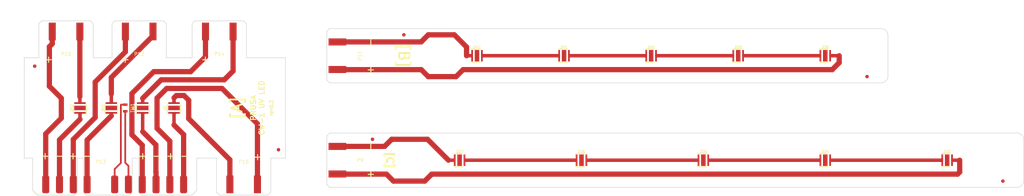
<source format=kicad_pcb>
(kicad_pcb (version 20171130) (host pcbnew "(6.0.0-rc1-dev-199-g6b039bc99)")

  (general
    (thickness 1.6)
    (drawings 88)
    (tracks 122)
    (zones 0)
    (modules 34)
    (nets 27)
  )

  (page A4)
  (layers
    (0 F.Cu signal)
    (31 B.Cu signal)
    (32 B.Adhes user)
    (33 F.Adhes user)
    (34 B.Paste user)
    (35 F.Paste user)
    (36 B.SilkS user)
    (37 F.SilkS user)
    (38 B.Mask user)
    (39 F.Mask user)
    (40 Dwgs.User user)
    (41 Cmts.User user)
    (42 Eco1.User user)
    (43 Eco2.User user)
    (44 Edge.Cuts user)
    (45 Margin user)
    (46 B.CrtYd user hide)
    (47 F.CrtYd user hide)
    (48 B.Fab user)
    (49 F.Fab user hide)
  )

  (setup
    (last_trace_width 0.2)
    (user_trace_width 0.5)
    (user_trace_width 1)
    (user_trace_width 1.5)
    (user_trace_width 4)
    (user_trace_width 5)
    (user_trace_width 6)
    (user_trace_width 7)
    (user_trace_width 8)
    (trace_clearance 0.2)
    (zone_clearance 0.508)
    (zone_45_only no)
    (trace_min 0.2)
    (via_size 0.8)
    (via_drill 0.4)
    (via_min_size 0.4)
    (via_min_drill 0.3)
    (uvia_size 0.3)
    (uvia_drill 0.1)
    (uvias_allowed no)
    (uvia_min_size 0.2)
    (uvia_min_drill 0.1)
    (edge_width 0.15)
    (segment_width 0.2)
    (pcb_text_width 0.3)
    (pcb_text_size 1.5 1.5)
    (mod_edge_width 0.15)
    (mod_text_size 1 1)
    (mod_text_width 0.15)
    (pad_size 3.2 3.2)
    (pad_drill 3.2)
    (pad_to_mask_clearance 0.02)
    (solder_mask_min_width 0.1)
    (aux_axis_origin 89.15 134.35)
    (visible_elements FFFFFF7F)
    (pcbplotparams
      (layerselection 0x010a8_7fffffff)
      (usegerberextensions true)
      (usegerberattributes false)
      (usegerberadvancedattributes false)
      (creategerberjobfile false)
      (excludeedgelayer true)
      (linewidth 0.100000)
      (plotframeref false)
      (viasonmask false)
      (mode 1)
      (useauxorigin false)
      (hpglpennumber 1)
      (hpglpenspeed 20)
      (hpglpendiameter 15.000000)
      (psnegative false)
      (psa4output false)
      (plotreference true)
      (plotvalue true)
      (plotinvisibletext false)
      (padsonsilk false)
      (subtractmaskfromsilk false)
      (outputformat 1)
      (mirror false)
      (drillshape 0)
      (scaleselection 1)
      (outputdirectory "gerber/"))
  )

  (net 0 "")
  (net 1 "Net-(D33-Pad1)")
  (net 2 "Net-(D33-Pad2)")
  (net 3 "Net-(D34-Pad1)")
  (net 4 "Net-(D35-Pad1)")
  (net 5 "Net-(D36-Pad1)")
  (net 6 "Net-(D37-Pad1)")
  (net 7 "Net-(D38-Pad1)")
  (net 8 "Net-(D39-Pad1)")
  (net 9 "Net-(D40-Pad1)")
  (net 10 "Net-(D41-Pad1)")
  (net 11 "Net-(D43-Pad1)")
  (net 12 "Net-(D44-Pad1)")
  (net 13 "Net-(D42-Pad1)")
  (net 14 "Net-(D38-Pad2)")
  (net 15 "Net-(D43-Pad2)")
  (net 16 "Net-(P13-Pad5)")
  (net 17 "Net-(P13-Pad6)")
  (net 18 "Net-(P13-Pad7)")
  (net 19 "Net-(D1-Pad1)")
  (net 20 "Net-(P10-Pad2)")
  (net 21 "Net-(P12-Pad2)")
  (net 22 "Net-(P13-Pad9)")
  (net 23 "Net-(D2-Pad1)")
  (net 24 "Net-(D44-Pad2)")
  (net 25 "Net-(D1-Pad2)")
  (net 26 "Net-(D2-Pad2)")

  (net_class Default "Toto je výchozí třída sítě."
    (clearance 0.2)
    (trace_width 0.2)
    (via_dia 0.8)
    (via_drill 0.4)
    (uvia_dia 0.3)
    (uvia_drill 0.1)
    (add_net "Net-(D1-Pad1)")
    (add_net "Net-(D1-Pad2)")
    (add_net "Net-(D2-Pad1)")
    (add_net "Net-(D2-Pad2)")
    (add_net "Net-(D33-Pad1)")
    (add_net "Net-(D33-Pad2)")
    (add_net "Net-(D34-Pad1)")
    (add_net "Net-(D35-Pad1)")
    (add_net "Net-(D36-Pad1)")
    (add_net "Net-(D37-Pad1)")
    (add_net "Net-(D38-Pad1)")
    (add_net "Net-(D38-Pad2)")
    (add_net "Net-(D39-Pad1)")
    (add_net "Net-(D40-Pad1)")
    (add_net "Net-(D41-Pad1)")
    (add_net "Net-(D42-Pad1)")
    (add_net "Net-(D43-Pad1)")
    (add_net "Net-(D43-Pad2)")
    (add_net "Net-(D44-Pad1)")
    (add_net "Net-(D44-Pad2)")
    (add_net "Net-(P10-Pad2)")
    (add_net "Net-(P12-Pad2)")
    (add_net "Net-(P13-Pad5)")
    (add_net "Net-(P13-Pad6)")
    (add_net "Net-(P13-Pad7)")
    (add_net "Net-(P13-Pad9)")
  )

  (module ok1hra:LED-UV-LTPL-C034UVH405 (layer F.Cu) (tedit 5C000176) (tstamp 5BD2140B)
    (at 230 -30)
    (path /5BCE0D6B)
    (attr smd)
    (fp_text reference D38 (at 0 -2.5) (layer F.SilkS)
      (effects (font (size 0.7 0.7) (thickness 0.15)))
    )
    (fp_text value TY-SMD3535-3W (at 0 2.5) (layer F.Fab)
      (effects (font (size 0.5 0.5) (thickness 0.125)))
    )
    (fp_line (start 0.889 1.905) (end -1.651 1.905) (layer F.SilkS) (width 0.3))
    (fp_line (start -1.651 -1.905) (end 0.889 -1.905) (layer F.SilkS) (width 0.3))
    (fp_line (start -1.75 -1.75) (end 1.75 -1.75) (layer F.CrtYd) (width 0.1))
    (fp_line (start 1.75 -1.75) (end 1.75 1.75) (layer F.CrtYd) (width 0.1))
    (fp_line (start 1.75 1.75) (end -1.75 1.75) (layer F.CrtYd) (width 0.1))
    (fp_line (start -1.75 1.75) (end -1.75 -1.75) (layer F.CrtYd) (width 0.1))
    (pad 3 smd rect (at 0 0) (size 1.3 3.3) (layers F.Cu F.Paste F.Mask))
    (pad 1 smd rect (at -1.4 0) (size 0.5 3.3) (layers F.Cu F.Paste F.Mask)
      (net 7 "Net-(D38-Pad1)"))
    (pad 2 smd rect (at 1.4 0) (size 0.5 3.3) (layers F.Cu F.Paste F.Mask)
      (net 14 "Net-(D38-Pad2)"))
    (model /home/dan/kicad/hra/lib/ok1hra3d/LED-LTPL-C034UVH405.step
      (at (xyz 0 0 0))
      (scale (xyz 1 1 1))
      (rotate (xyz 0 0 0))
    )
  )

  (module ok1hra:LED-UV-LTPL-C034UVH405 (layer F.Cu) (tedit 5C000176) (tstamp 5BD21437)
    (at 130 -30)
    (path /5BCE0DAB)
    (attr smd)
    (fp_text reference D42 (at 0 -2.5) (layer F.SilkS)
      (effects (font (size 0.7 0.7) (thickness 0.15)))
    )
    (fp_text value TY-SMD3535-3W (at 0 2.5) (layer F.Fab)
      (effects (font (size 0.5 0.5) (thickness 0.125)))
    )
    (fp_line (start 0.889 1.905) (end -1.651 1.905) (layer F.SilkS) (width 0.3))
    (fp_line (start -1.651 -1.905) (end 0.889 -1.905) (layer F.SilkS) (width 0.3))
    (fp_line (start -1.75 -1.75) (end 1.75 -1.75) (layer F.CrtYd) (width 0.1))
    (fp_line (start 1.75 -1.75) (end 1.75 1.75) (layer F.CrtYd) (width 0.1))
    (fp_line (start 1.75 1.75) (end -1.75 1.75) (layer F.CrtYd) (width 0.1))
    (fp_line (start -1.75 1.75) (end -1.75 -1.75) (layer F.CrtYd) (width 0.1))
    (pad 3 smd rect (at 0 0) (size 1.3 3.3) (layers F.Cu F.Paste F.Mask))
    (pad 1 smd rect (at -1.4 0) (size 0.5 3.3) (layers F.Cu F.Paste F.Mask)
      (net 13 "Net-(D42-Pad1)"))
    (pad 2 smd rect (at 1.4 0) (size 0.5 3.3) (layers F.Cu F.Paste F.Mask)
      (net 10 "Net-(D41-Pad1)"))
    (model /home/dan/kicad/hra/lib/ok1hra3d/LED-LTPL-C034UVH405.step
      (at (xyz 0 0 0))
      (scale (xyz 1 1 1))
      (rotate (xyz 0 0 0))
    )
  )

  (module ok1hra:LED-UV-LTPL-C034UVH405 (layer F.Cu) (tedit 5C000176) (tstamp 5BD2144D)
    (at 25 -15 90)
    (path /5BCE0DB7)
    (attr smd)
    (fp_text reference D44 (at 0 -2.5 90) (layer F.SilkS)
      (effects (font (size 0.7 0.7) (thickness 0.15)))
    )
    (fp_text value TY-SMD3535-3W (at 0 2.5 90) (layer F.Fab)
      (effects (font (size 0.5 0.5) (thickness 0.125)))
    )
    (fp_line (start 0.889 1.905) (end -1.651 1.905) (layer F.SilkS) (width 0.3))
    (fp_line (start -1.651 -1.905) (end 0.889 -1.905) (layer F.SilkS) (width 0.3))
    (fp_line (start -1.75 -1.75) (end 1.75 -1.75) (layer F.CrtYd) (width 0.1))
    (fp_line (start 1.75 -1.75) (end 1.75 1.75) (layer F.CrtYd) (width 0.1))
    (fp_line (start 1.75 1.75) (end -1.75 1.75) (layer F.CrtYd) (width 0.1))
    (fp_line (start -1.75 1.75) (end -1.75 -1.75) (layer F.CrtYd) (width 0.1))
    (pad 3 smd rect (at 0 0 90) (size 1.3 3.3) (layers F.Cu F.Paste F.Mask))
    (pad 1 smd rect (at -1.4 0 90) (size 0.5 3.3) (layers F.Cu F.Paste F.Mask)
      (net 12 "Net-(D44-Pad1)"))
    (pad 2 smd rect (at 1.4 0 90) (size 0.5 3.3) (layers F.Cu F.Paste F.Mask)
      (net 24 "Net-(D44-Pad2)"))
    (model /home/dan/kicad/hra/lib/ok1hra3d/LED-LTPL-C034UVH405.step
      (at (xyz 0 0 0))
      (scale (xyz 1 1 1))
      (rotate (xyz 0 0 0))
    )
  )

  (module Mounting_Holes:MountingHole_4.5mm (layer F.Cu) (tedit 56D1B4CB) (tstamp 5BCEF53B)
    (at 242 -30)
    (descr "Mounting Hole 4.5mm, no annular")
    (tags "mounting hole 4.5mm no annular")
    (path /5AE051F0)
    (fp_text reference P4 (at 0 -5.5) (layer F.SilkS) hide
      (effects (font (size 1 1) (thickness 0.15)))
    )
    (fp_text value CONN_01X01 (at 0 5.5) (layer F.Fab)
      (effects (font (size 1 1) (thickness 0.15)))
    )
    (fp_circle (center 0 0) (end 4.75 0) (layer F.CrtYd) (width 0.05))
    (fp_circle (center 0 0) (end 4.5 0) (layer Cmts.User) (width 0.15))
    (pad 1 np_thru_hole circle (at 0 0) (size 4.5 4.5) (drill 4.5) (layers *.Cu *.Mask))
  )

  (module Mounting_Holes:MountingHole_4.5mm (layer F.Cu) (tedit 56D1B4CB) (tstamp 5BCEF52A)
    (at 5 -15)
    (descr "Mounting Hole 4.5mm, no annular")
    (tags "mounting hole 4.5mm no annular")
    (path /5AE050AE)
    (fp_text reference P3 (at 0 -5.5) (layer F.SilkS) hide
      (effects (font (size 1 1) (thickness 0.15)))
    )
    (fp_text value CONN_01X01 (at 0 5.5) (layer F.Fab)
      (effects (font (size 1 1) (thickness 0.15)))
    )
    (fp_circle (center 0 0) (end 4.75 0) (layer F.CrtYd) (width 0.05))
    (fp_circle (center 0 0) (end 4.5 0) (layer Cmts.User) (width 0.15))
    (pad 1 np_thru_hole circle (at 0 0) (size 4.5 4.5) (drill 4.5) (layers *.Cu *.Mask))
  )

  (module ok1hra:LED-UV-LTPL-C034UVH405 (layer F.Cu) (tedit 5C000176) (tstamp 5BD2142C)
    (at 155 -30)
    (path /5BCE0D9F)
    (attr smd)
    (fp_text reference D41 (at 0 -2.5) (layer F.SilkS)
      (effects (font (size 0.7 0.7) (thickness 0.15)))
    )
    (fp_text value TY-SMD3535-3W (at 0 2.5) (layer F.Fab)
      (effects (font (size 0.5 0.5) (thickness 0.125)))
    )
    (fp_line (start 0.889 1.905) (end -1.651 1.905) (layer F.SilkS) (width 0.3))
    (fp_line (start -1.651 -1.905) (end 0.889 -1.905) (layer F.SilkS) (width 0.3))
    (fp_line (start -1.75 -1.75) (end 1.75 -1.75) (layer F.CrtYd) (width 0.1))
    (fp_line (start 1.75 -1.75) (end 1.75 1.75) (layer F.CrtYd) (width 0.1))
    (fp_line (start 1.75 1.75) (end -1.75 1.75) (layer F.CrtYd) (width 0.1))
    (fp_line (start -1.75 1.75) (end -1.75 -1.75) (layer F.CrtYd) (width 0.1))
    (pad 3 smd rect (at 0 0) (size 1.3 3.3) (layers F.Cu F.Paste F.Mask))
    (pad 1 smd rect (at -1.4 0) (size 0.5 3.3) (layers F.Cu F.Paste F.Mask)
      (net 10 "Net-(D41-Pad1)"))
    (pad 2 smd rect (at 1.4 0) (size 0.5 3.3) (layers F.Cu F.Paste F.Mask)
      (net 9 "Net-(D40-Pad1)"))
    (model /home/dan/kicad/hra/lib/ok1hra3d/LED-LTPL-C034UVH405.step
      (at (xyz 0 0 0))
      (scale (xyz 1 1 1))
      (rotate (xyz 0 0 0))
    )
  )

  (module ok1hra:LED-UV-LTPL-C034UVH405 (layer F.Cu) (tedit 5C000176) (tstamp 5BE5ACA7)
    (at 16 -15 90)
    (path /5BCE0DB1)
    (attr smd)
    (fp_text reference D43 (at 0 -2.5 90) (layer F.SilkS)
      (effects (font (size 0.7 0.7) (thickness 0.15)))
    )
    (fp_text value TY-SMD3535-3W (at 0 2.5 90) (layer F.Fab)
      (effects (font (size 0.5 0.5) (thickness 0.125)))
    )
    (fp_line (start 0.889 1.905) (end -1.651 1.905) (layer F.SilkS) (width 0.3))
    (fp_line (start -1.651 -1.905) (end 0.889 -1.905) (layer F.SilkS) (width 0.3))
    (fp_line (start -1.75 -1.75) (end 1.75 -1.75) (layer F.CrtYd) (width 0.1))
    (fp_line (start 1.75 -1.75) (end 1.75 1.75) (layer F.CrtYd) (width 0.1))
    (fp_line (start 1.75 1.75) (end -1.75 1.75) (layer F.CrtYd) (width 0.1))
    (fp_line (start -1.75 1.75) (end -1.75 -1.75) (layer F.CrtYd) (width 0.1))
    (pad 3 smd rect (at 0 0 90) (size 1.3 3.3) (layers F.Cu F.Paste F.Mask))
    (pad 1 smd rect (at -1.4 0 90) (size 0.5 3.3) (layers F.Cu F.Paste F.Mask)
      (net 11 "Net-(D43-Pad1)"))
    (pad 2 smd rect (at 1.4 0 90) (size 0.5 3.3) (layers F.Cu F.Paste F.Mask)
      (net 15 "Net-(D43-Pad2)"))
    (model /home/dan/kicad/hra/lib/ok1hra3d/LED-LTPL-C034UVH405.step
      (at (xyz 0 0 0))
      (scale (xyz 1 1 1))
      (rotate (xyz 0 0 0))
    )
  )

  (module Resistors_SMD:R_0805 (layer F.Cu) (tedit 58307B54) (tstamp 5C1BAE93)
    (at 29 -15 270)
    (descr "Resistor SMD 0805, reflow soldering, Vishay (see dcrcw.pdf)")
    (tags "resistor 0805")
    (path /5BEFC2AA)
    (attr smd)
    (fp_text reference TH1 (at 0 -2.1 270) (layer F.SilkS)
      (effects (font (size 1 1) (thickness 0.15)))
    )
    (fp_text value NCP21WF104J03RA (at 0 2.1 270) (layer F.Fab)
      (effects (font (size 1 1) (thickness 0.15)))
    )
    (fp_line (start -1 0.625) (end -1 -0.625) (layer F.Fab) (width 0.1))
    (fp_line (start 1 0.625) (end -1 0.625) (layer F.Fab) (width 0.1))
    (fp_line (start 1 -0.625) (end 1 0.625) (layer F.Fab) (width 0.1))
    (fp_line (start -1 -0.625) (end 1 -0.625) (layer F.Fab) (width 0.1))
    (fp_line (start -1.6 -1) (end 1.6 -1) (layer F.CrtYd) (width 0.05))
    (fp_line (start -1.6 1) (end 1.6 1) (layer F.CrtYd) (width 0.05))
    (fp_line (start -1.6 -1) (end -1.6 1) (layer F.CrtYd) (width 0.05))
    (fp_line (start 1.6 -1) (end 1.6 1) (layer F.CrtYd) (width 0.05))
    (fp_line (start 0.6 0.875) (end -0.6 0.875) (layer F.SilkS) (width 0.15))
    (fp_line (start -0.6 -0.875) (end 0.6 -0.875) (layer F.SilkS) (width 0.15))
    (pad 1 smd rect (at -0.95 0 270) (size 0.7 1.3) (layers F.Cu F.Paste F.Mask)
      (net 16 "Net-(P13-Pad5)"))
    (pad 2 smd rect (at 0.95 0 270) (size 0.7 1.3) (layers F.Cu F.Paste F.Mask)
      (net 17 "Net-(P13-Pad6)"))
    (model Resistors_SMD.3dshapes/R_0805.wrl
      (at (xyz 0 0 0))
      (scale (xyz 1 1 1))
      (rotate (xyz 0 0 0))
    )
  )

  (module Fiducials:Fiducial_1mm_Dia_2.54mm_Outer_CopperTop locked (layer F.Cu) (tedit 0) (tstamp 5C178C10)
    (at 109 -36)
    (descr "Circular Fiducial, 1mm bare copper top; 2.54mm keepout")
    (tags marker)
    (attr smd)
    (fp_text reference REF** (at 3.4 0.7) (layer F.SilkS) hide
      (effects (font (size 1 1) (thickness 0.15)))
    )
    (fp_text value Fiducial_1mm_Dia_2.54mm_Outer_CopperTop (at 0 -1.8) (layer F.Fab)
      (effects (font (size 1 1) (thickness 0.15)))
    )
    (fp_circle (center 0 0) (end 1.55 0) (layer F.CrtYd) (width 0.05))
    (pad ~ smd circle (at 0 0) (size 1 1) (layers F.Cu F.Mask)
      (solder_mask_margin 0.77) (clearance 0.77))
  )

  (module ok1hra:LED-UV-LTPL-C034UVH405 (layer F.Cu) (tedit 5C000176) (tstamp 5BFFECDD)
    (at 34 -15 90)
    (path /5C017CC2)
    (attr smd)
    (fp_text reference D1 (at 0 -2.5 90) (layer F.SilkS)
      (effects (font (size 0.7 0.7) (thickness 0.15)))
    )
    (fp_text value TY-SMD3535-3W (at 0 2.5 90) (layer F.Fab)
      (effects (font (size 0.5 0.5) (thickness 0.125)))
    )
    (fp_line (start 0.889 1.905) (end -1.651 1.905) (layer F.SilkS) (width 0.3))
    (fp_line (start -1.651 -1.905) (end 0.889 -1.905) (layer F.SilkS) (width 0.3))
    (fp_line (start -1.75 -1.75) (end 1.75 -1.75) (layer F.CrtYd) (width 0.1))
    (fp_line (start 1.75 -1.75) (end 1.75 1.75) (layer F.CrtYd) (width 0.1))
    (fp_line (start 1.75 1.75) (end -1.75 1.75) (layer F.CrtYd) (width 0.1))
    (fp_line (start -1.75 1.75) (end -1.75 -1.75) (layer F.CrtYd) (width 0.1))
    (pad 3 smd rect (at 0 0 90) (size 1.3 3.3) (layers F.Cu F.Paste F.Mask))
    (pad 1 smd rect (at -1.4 0 90) (size 0.5 3.3) (layers F.Cu F.Paste F.Mask)
      (net 19 "Net-(D1-Pad1)"))
    (pad 2 smd rect (at 1.4 0 90) (size 0.5 3.3) (layers F.Cu F.Paste F.Mask)
      (net 25 "Net-(D1-Pad2)"))
    (model /home/dan/kicad/hra/lib/ok1hra3d/LED-LTPL-C034UVH405.step
      (at (xyz 0 0 0))
      (scale (xyz 1 1 1))
      (rotate (xyz 0 0 0))
    )
  )

  (module Mounting_Holes:MountingHole_4.5mm (layer F.Cu) (tedit 56D1B4CB) (tstamp 5BCEF542)
    (at 53.5 -15)
    (descr "Mounting Hole 4.5mm, no annular")
    (tags "mounting hole 4.5mm no annular")
    (path /5AE05258)
    (fp_text reference P5 (at 0 -5.5) (layer F.SilkS) hide
      (effects (font (size 1 1) (thickness 0.15)))
    )
    (fp_text value CONN_01X01 (at 0 5.5) (layer F.Fab)
      (effects (font (size 1 1) (thickness 0.15)))
    )
    (fp_circle (center 0 0) (end 4.75 0) (layer F.CrtYd) (width 0.05))
    (fp_circle (center 0 0) (end 4.5 0) (layer Cmts.User) (width 0.15))
    (pad 1 np_thru_hole circle (at 0 0) (size 4.5 4.5) (drill 4.5) (layers *.Cu *.Mask))
  )

  (module Mounting_Holes:MountingHole_4.5mm (layer F.Cu) (tedit 56D1B4CB) (tstamp 5BCEF531)
    (at 120 -30)
    (descr "Mounting Hole 4.5mm, no annular")
    (tags "mounting hole 4.5mm no annular")
    (path /5AE052C6)
    (fp_text reference P6 (at 0 -5.5) (layer F.SilkS) hide
      (effects (font (size 1 1) (thickness 0.15)))
    )
    (fp_text value CONN_01X01 (at 0 5.5) (layer F.Fab)
      (effects (font (size 1 1) (thickness 0.15)))
    )
    (fp_circle (center 0 0) (end 4.75 0) (layer F.CrtYd) (width 0.05))
    (fp_circle (center 0 0) (end 4.5 0) (layer Cmts.User) (width 0.15))
    (pad 1 np_thru_hole circle (at 0 0) (size 4.5 4.5) (drill 4.5) (layers *.Cu *.Mask))
  )

  (module ok1hra:LED-UV-LTPL-C034UVH405 (layer F.Cu) (tedit 5C000176) (tstamp 5BD21421)
    (at 180 -30)
    (path /5BCE0D99)
    (attr smd)
    (fp_text reference D40 (at 0 -2.5) (layer F.SilkS)
      (effects (font (size 0.7 0.7) (thickness 0.15)))
    )
    (fp_text value TY-SMD3535-3W (at 0 2.5) (layer F.Fab)
      (effects (font (size 0.5 0.5) (thickness 0.125)))
    )
    (fp_line (start 0.889 1.905) (end -1.651 1.905) (layer F.SilkS) (width 0.3))
    (fp_line (start -1.651 -1.905) (end 0.889 -1.905) (layer F.SilkS) (width 0.3))
    (fp_line (start -1.75 -1.75) (end 1.75 -1.75) (layer F.CrtYd) (width 0.1))
    (fp_line (start 1.75 -1.75) (end 1.75 1.75) (layer F.CrtYd) (width 0.1))
    (fp_line (start 1.75 1.75) (end -1.75 1.75) (layer F.CrtYd) (width 0.1))
    (fp_line (start -1.75 1.75) (end -1.75 -1.75) (layer F.CrtYd) (width 0.1))
    (pad 3 smd rect (at 0 0) (size 1.3 3.3) (layers F.Cu F.Paste F.Mask))
    (pad 1 smd rect (at -1.4 0) (size 0.5 3.3) (layers F.Cu F.Paste F.Mask)
      (net 9 "Net-(D40-Pad1)"))
    (pad 2 smd rect (at 1.4 0) (size 0.5 3.3) (layers F.Cu F.Paste F.Mask)
      (net 8 "Net-(D39-Pad1)"))
    (model /home/dan/kicad/hra/lib/ok1hra3d/LED-LTPL-C034UVH405.step
      (at (xyz 0 0 0))
      (scale (xyz 1 1 1))
      (rotate (xyz 0 0 0))
    )
  )

  (module ok1hra:MX-172159-0610 (layer F.Cu) (tedit 5C6C0CDB) (tstamp 5BFFEC5C)
    (at 22 10 180)
    (path /5C00F498)
    (fp_text reference P13 (at 0 9.525 180) (layer F.SilkS)
      (effects (font (size 1 1) (thickness 0.15)))
    )
    (fp_text value CONN_01X10 (at 0 6.985 180) (layer F.Fab)
      (effects (font (size 1 1) (thickness 0.15)))
    )
    (fp_line (start 6.755 0.76) (end 7.515 0) (layer F.SilkS) (width 0.1))
    (fp_line (start 5.125 0.76) (end 4.365 0) (layer F.SilkS) (width 0.1))
    (fp_line (start -9.085 0.76) (end -8.325 0) (layer F.SilkS) (width 0.1))
    (fp_line (start -10.715 0.76) (end -11.475 0) (layer F.SilkS) (width 0.1))
    (fp_line (start 19.61 1.27) (end 18.34 0) (layer F.SilkS) (width 0.1))
    (pad 10 smd roundrect (at -23.76 3.04 180) (size 2.03 5.08) (layers F.Cu F.Mask) (roundrect_rratio 0.25)
      (net 23 "Net-(D2-Pad1)"))
    (pad 9 smd roundrect (at -19.8 3.04 180) (size 2.03 5.08) (layers F.Cu F.Mask) (roundrect_rratio 0.25)
      (net 22 "Net-(P13-Pad9)"))
    (pad 2 smd roundrect (at 11.88 3.04 180) (size 2.03 5.08) (layers F.Cu F.Mask) (roundrect_rratio 0.25)
      (net 11 "Net-(D43-Pad1)"))
    (pad 3 smd roundrect (at 7.92 3.04 180) (size 2.03 5.08) (layers F.Cu F.Mask) (roundrect_rratio 0.25)
      (net 21 "Net-(P12-Pad2)"))
    (pad 1 smd roundrect (at 15.84 3.04 180) (size 2.03 5.08) (layers F.Cu F.Mask) (roundrect_rratio 0.25)
      (net 20 "Net-(P10-Pad2)"))
    (pad 8 smd roundrect (at -15.84 3.04 180) (size 2.03 5.08) (layers F.Cu F.Mask) (roundrect_rratio 0.25)
      (net 19 "Net-(D1-Pad1)"))
    (pad 7 smd roundrect (at -11.88 3.04 180) (size 2.03 5.08) (layers F.Cu F.Mask) (roundrect_rratio 0.25)
      (net 18 "Net-(P13-Pad7)"))
    (pad 6 smd roundrect (at -7.92 3.04 180) (size 2.03 5.08) (layers F.Cu F.Mask) (roundrect_rratio 0.25)
      (net 17 "Net-(P13-Pad6)"))
    (pad 5 smd roundrect (at -3.96 3.04 180) (size 2.03 5.08) (layers F.Cu F.Mask) (roundrect_rratio 0.25)
      (net 16 "Net-(P13-Pad5)"))
    (pad 4 smd roundrect (at 3.96 3.04 180) (size 2.03 5.08) (layers F.Cu F.Mask) (roundrect_rratio 0.25)
      (net 12 "Net-(D44-Pad1)"))
    (pad "" np_thru_hole circle (at 0 13.13 180) (size 4.06 4.06) (drill 4.06) (layers *.Cu *.Mask))
  )

  (module Fiducials:Fiducial_1mm_Dia_2.54mm_Outer_CopperTop locked (layer F.Cu) (tedit 0) (tstamp 5C178C24)
    (at 242 -24)
    (descr "Circular Fiducial, 1mm bare copper top; 2.54mm keepout")
    (tags marker)
    (attr smd)
    (fp_text reference REF** (at 3.4 0.7) (layer F.SilkS) hide
      (effects (font (size 1 1) (thickness 0.15)))
    )
    (fp_text value Fiducial_1mm_Dia_2.54mm_Outer_CopperTop (at 0 -1.8) (layer F.Fab)
      (effects (font (size 1 1) (thickness 0.15)))
    )
    (fp_circle (center 0 0) (end 1.55 0) (layer F.CrtYd) (width 0.05))
    (pad ~ smd circle (at 0 0) (size 1 1) (layers F.Cu F.Mask)
      (solder_mask_margin 0.77) (clearance 0.77))
  )

  (module Fiducials:Fiducial_1mm_Dia_2.54mm_Outer_CopperTop locked (layer F.Cu) (tedit 0) (tstamp 5C178C06)
    (at 73 -3)
    (descr "Circular Fiducial, 1mm bare copper top; 2.54mm keepout")
    (tags marker)
    (attr smd)
    (fp_text reference REF** (at 3.4 0.7) (layer F.SilkS) hide
      (effects (font (size 1 1) (thickness 0.15)))
    )
    (fp_text value Fiducial_1mm_Dia_2.54mm_Outer_CopperTop (at 0 -1.8) (layer F.Fab)
      (effects (font (size 1 1) (thickness 0.15)))
    )
    (fp_circle (center 0 0) (end 1.55 0) (layer F.CrtYd) (width 0.05))
    (pad ~ smd circle (at 0 0) (size 1 1) (layers F.Cu F.Mask)
      (solder_mask_margin 0.77) (clearance 0.77))
  )

  (module ok1hra:LED-UV-LTPL-C034UVH405 (layer F.Cu) (tedit 5C000176) (tstamp 5BD21416)
    (at 205 -30)
    (path /5BCE0D71)
    (attr smd)
    (fp_text reference D39 (at 0 -2.5) (layer F.SilkS)
      (effects (font (size 0.7 0.7) (thickness 0.15)))
    )
    (fp_text value TY-SMD3535-3W (at 0 2.5) (layer F.Fab)
      (effects (font (size 0.5 0.5) (thickness 0.125)))
    )
    (fp_line (start 0.889 1.905) (end -1.651 1.905) (layer F.SilkS) (width 0.3))
    (fp_line (start -1.651 -1.905) (end 0.889 -1.905) (layer F.SilkS) (width 0.3))
    (fp_line (start -1.75 -1.75) (end 1.75 -1.75) (layer F.CrtYd) (width 0.1))
    (fp_line (start 1.75 -1.75) (end 1.75 1.75) (layer F.CrtYd) (width 0.1))
    (fp_line (start 1.75 1.75) (end -1.75 1.75) (layer F.CrtYd) (width 0.1))
    (fp_line (start -1.75 1.75) (end -1.75 -1.75) (layer F.CrtYd) (width 0.1))
    (pad 3 smd rect (at 0 0) (size 1.3 3.3) (layers F.Cu F.Paste F.Mask))
    (pad 1 smd rect (at -1.4 0) (size 0.5 3.3) (layers F.Cu F.Paste F.Mask)
      (net 8 "Net-(D39-Pad1)"))
    (pad 2 smd rect (at 1.4 0) (size 0.5 3.3) (layers F.Cu F.Paste F.Mask)
      (net 7 "Net-(D38-Pad1)"))
    (model /home/dan/kicad/hra/lib/ok1hra3d/LED-LTPL-C034UVH405.step
      (at (xyz 0 0 0))
      (scale (xyz 1 1 1))
      (rotate (xyz 0 0 0))
    )
  )

  (module ok1hra:MX-172159-0602 (layer F.Cu) (tedit 5C6C0D4E) (tstamp 5BFFEC83)
    (at 86.87 -30 90)
    (path /5C008607)
    (fp_text reference P11 (at 0 9.525 90) (layer F.SilkS)
      (effects (font (size 1 1) (thickness 0.15)))
    )
    (fp_text value CONN_01X02 (at 0 6.985 90) (layer F.Fab)
      (effects (font (size 1 1) (thickness 0.15)))
    )
    (pad "" np_thru_hole circle (at 0 13.13 90) (size 4.06 4.06) (drill 4.06) (layers *.Cu *.Mask))
    (pad 1 smd rect (at 3.96 3.04 90) (size 2.03 5.08) (layers F.Cu F.Mask)
      (net 13 "Net-(D42-Pad1)"))
    (pad 2 smd rect (at -3.96 3.04 90) (size 2.03 5.08) (layers F.Cu F.Mask)
      (net 14 "Net-(D38-Pad2)"))
  )

  (module ok1hra:MX-172159-0602 (layer F.Cu) (tedit 5C6C0D26) (tstamp 5BFFEC9D)
    (at 56 -40)
    (path /5C017CD6)
    (fp_text reference P14 (at 0 9.525) (layer F.SilkS)
      (effects (font (size 1 1) (thickness 0.15)))
    )
    (fp_text value CONN_01X02 (at 0 6.985) (layer F.Fab)
      (effects (font (size 1 1) (thickness 0.15)))
    )
    (pad "" np_thru_hole circle (at 0 13.13) (size 4.06 4.06) (drill 4.06) (layers *.Cu *.Mask))
    (pad 1 smd rect (at 3.96 3.04) (size 2.03 5.08) (layers F.Cu F.Mask)
      (net 25 "Net-(D1-Pad2)"))
    (pad 2 smd rect (at -3.96 3.04) (size 2.03 5.08) (layers F.Cu F.Mask)
      (net 18 "Net-(P13-Pad7)"))
  )

  (module ok1hra:MX-172159-0602 (layer F.Cu) (tedit 5C6C0D3A) (tstamp 5BFFECAA)
    (at 63 10 180)
    (path /5C017CE0)
    (fp_text reference P15 (at 0 9.525 180) (layer F.SilkS)
      (effects (font (size 1 1) (thickness 0.15)))
    )
    (fp_text value CONN_01X02 (at 0 6.985 180) (layer F.Fab)
      (effects (font (size 1 1) (thickness 0.15)))
    )
    (pad "" np_thru_hole circle (at 0 13.13 180) (size 4.06 4.06) (drill 4.06) (layers *.Cu *.Mask))
    (pad 1 smd rect (at 3.96 3.04 180) (size 2.03 5.08) (layers F.Cu F.Mask)
      (net 26 "Net-(D2-Pad2)"))
    (pad 2 smd rect (at -3.96 3.04 180) (size 2.03 5.08) (layers F.Cu F.Mask)
      (net 22 "Net-(P13-Pad9)"))
  )

  (module ok1hra:LED-UV-LTPL-C034UVH405 (layer F.Cu) (tedit 5C000176) (tstamp 5BFFED9C)
    (at 43 -15 90)
    (path /5C017CCC)
    (attr smd)
    (fp_text reference D2 (at 0 -2.5 90) (layer F.SilkS)
      (effects (font (size 0.7 0.7) (thickness 0.15)))
    )
    (fp_text value TY-SMD3535-3W (at 0 2.5 90) (layer F.Fab)
      (effects (font (size 0.5 0.5) (thickness 0.125)))
    )
    (fp_line (start 0.889 1.905) (end -1.651 1.905) (layer F.SilkS) (width 0.3))
    (fp_line (start -1.651 -1.905) (end 0.889 -1.905) (layer F.SilkS) (width 0.3))
    (fp_line (start -1.75 -1.75) (end 1.75 -1.75) (layer F.CrtYd) (width 0.1))
    (fp_line (start 1.75 -1.75) (end 1.75 1.75) (layer F.CrtYd) (width 0.1))
    (fp_line (start 1.75 1.75) (end -1.75 1.75) (layer F.CrtYd) (width 0.1))
    (fp_line (start -1.75 1.75) (end -1.75 -1.75) (layer F.CrtYd) (width 0.1))
    (pad 3 smd rect (at 0 0 90) (size 1.3 3.3) (layers F.Cu F.Paste F.Mask))
    (pad 1 smd rect (at -1.4 0 90) (size 0.5 3.3) (layers F.Cu F.Paste F.Mask)
      (net 23 "Net-(D2-Pad1)"))
    (pad 2 smd rect (at 1.4 0 90) (size 0.5 3.3) (layers F.Cu F.Paste F.Mask)
      (net 26 "Net-(D2-Pad2)"))
    (model /home/dan/kicad/hra/lib/ok1hra3d/LED-LTPL-C034UVH405.step
      (at (xyz 0 0 0))
      (scale (xyz 1 1 1))
      (rotate (xyz 0 0 0))
    )
  )

  (module ok1hra:MX-172159-0602 (layer F.Cu) (tedit 5C6C0D12) (tstamp 5BFFEC90)
    (at 33 -40)
    (path /5C00A070)
    (fp_text reference P12 (at 0 9.525) (layer F.SilkS)
      (effects (font (size 1 1) (thickness 0.15)))
    )
    (fp_text value CONN_01X02 (at 0 6.985) (layer F.Fab)
      (effects (font (size 1 1) (thickness 0.15)))
    )
    (pad "" np_thru_hole circle (at 0 13.13) (size 4.06 4.06) (drill 4.06) (layers *.Cu *.Mask))
    (pad 1 smd rect (at 3.96 3.04) (size 2.03 5.08) (layers F.Cu F.Mask)
      (net 24 "Net-(D44-Pad2)"))
    (pad 2 smd rect (at -3.96 3.04) (size 2.03 5.08) (layers F.Cu F.Mask)
      (net 21 "Net-(P12-Pad2)"))
  )

  (module Fiducials:Fiducial_1mm_Dia_2.54mm_Outer_CopperTop locked (layer F.Cu) (tedit 0) (tstamp 5C178BBA)
    (at 3 -27)
    (descr "Circular Fiducial, 1mm bare copper top; 2.54mm keepout")
    (tags marker)
    (attr smd)
    (fp_text reference REF** (at 3.4 0.7) (layer F.SilkS) hide
      (effects (font (size 1 1) (thickness 0.15)))
    )
    (fp_text value Fiducial_1mm_Dia_2.54mm_Outer_CopperTop (at 0 -1.8) (layer F.Fab)
      (effects (font (size 1 1) (thickness 0.15)))
    )
    (fp_circle (center 0 0) (end 1.55 0) (layer F.CrtYd) (width 0.05))
    (pad ~ smd circle (at 0 0) (size 1 1) (layers F.Cu F.Mask)
      (solder_mask_margin 0.77) (clearance 0.77))
  )

  (module ok1hra:MX-172159-0602 (layer F.Cu) (tedit 5C6C0CF8) (tstamp 5BFFEC76)
    (at 12 -40)
    (path /5C008FD6)
    (fp_text reference P10 (at 0 9.525) (layer F.SilkS)
      (effects (font (size 1 1) (thickness 0.15)))
    )
    (fp_text value CONN_01X02 (at 0 6.985) (layer F.Fab)
      (effects (font (size 1 1) (thickness 0.15)))
    )
    (pad "" np_thru_hole circle (at 0 13.13) (size 4.06 4.06) (drill 4.06) (layers *.Cu *.Mask))
    (pad 1 smd rect (at 3.96 3.04) (size 2.03 5.08) (layers F.Cu F.Mask)
      (net 15 "Net-(D43-Pad2)"))
    (pad 2 smd rect (at -3.96 3.04) (size 2.03 5.08) (layers F.Cu F.Mask)
      (net 20 "Net-(P10-Pad2)"))
  )

  (module ok1hra:MX-172159-0602 (layer F.Cu) (tedit 5C6C0D63) (tstamp 5BFFEC69)
    (at 86.87 0 90)
    (path /5C00736B)
    (fp_text reference P9 (at 0 9.525) (layer F.SilkS)
      (effects (font (size 1 1) (thickness 0.15)))
    )
    (fp_text value CONN_01X02 (at 0 6.985 90) (layer F.Fab)
      (effects (font (size 1 1) (thickness 0.15)))
    )
    (pad "" np_thru_hole circle (at 0 13.13 90) (size 4.06 4.06) (drill 4.06) (layers *.Cu *.Mask))
    (pad 1 smd rect (at 3.96 3.04 90) (size 2.03 5.08) (layers F.Cu F.Mask)
      (net 6 "Net-(D37-Pad1)"))
    (pad 2 smd rect (at -3.96 3.04 90) (size 2.03 5.08) (layers F.Cu F.Mask)
      (net 2 "Net-(D33-Pad2)"))
  )

  (module ok1hra:LED-UV-LTPL-C034UVH405 (layer F.Cu) (tedit 5C000176) (tstamp 5BD213F5)
    (at 160 0)
    (path /5BCE0D93)
    (attr smd)
    (fp_text reference D36 (at 0 -2.5) (layer F.SilkS)
      (effects (font (size 0.7 0.7) (thickness 0.15)))
    )
    (fp_text value TY-SMD3535-3W (at 0 2.5) (layer F.Fab)
      (effects (font (size 0.5 0.5) (thickness 0.125)))
    )
    (fp_line (start 0.889 1.905) (end -1.651 1.905) (layer F.SilkS) (width 0.3))
    (fp_line (start -1.651 -1.905) (end 0.889 -1.905) (layer F.SilkS) (width 0.3))
    (fp_line (start -1.75 -1.75) (end 1.75 -1.75) (layer F.CrtYd) (width 0.1))
    (fp_line (start 1.75 -1.75) (end 1.75 1.75) (layer F.CrtYd) (width 0.1))
    (fp_line (start 1.75 1.75) (end -1.75 1.75) (layer F.CrtYd) (width 0.1))
    (fp_line (start -1.75 1.75) (end -1.75 -1.75) (layer F.CrtYd) (width 0.1))
    (pad 3 smd rect (at 0 0) (size 1.3 3.3) (layers F.Cu F.Paste F.Mask))
    (pad 1 smd rect (at -1.4 0) (size 0.5 3.3) (layers F.Cu F.Paste F.Mask)
      (net 5 "Net-(D36-Pad1)"))
    (pad 2 smd rect (at 1.4 0) (size 0.5 3.3) (layers F.Cu F.Paste F.Mask)
      (net 4 "Net-(D35-Pad1)"))
    (model /home/dan/kicad/hra/lib/ok1hra3d/LED-LTPL-C034UVH405.step
      (at (xyz 0 0 0))
      (scale (xyz 1 1 1))
      (rotate (xyz 0 0 0))
    )
  )

  (module Mounting_Holes:MountingHole_4.5mm (layer F.Cu) (tedit 56D1B4CB) (tstamp 5BFFEDD5)
    (at 281 0)
    (descr "Mounting Hole 4.5mm, no annular")
    (tags "mounting hole 4.5mm no annular")
    (path /5C002161)
    (fp_text reference P8 (at 0 -5.5) (layer F.SilkS) hide
      (effects (font (size 1 1) (thickness 0.15)))
    )
    (fp_text value CONN_01X01 (at 0 5.5) (layer F.Fab)
      (effects (font (size 1 1) (thickness 0.15)))
    )
    (fp_circle (center 0 0) (end 4.75 0) (layer F.CrtYd) (width 0.05))
    (fp_circle (center 0 0) (end 4.5 0) (layer Cmts.User) (width 0.15))
    (pad 1 np_thru_hole circle (at 0 0) (size 4.5 4.5) (drill 4.5) (layers *.Cu *.Mask))
  )

  (module Fiducials:Fiducial_1mm_Dia_2.54mm_Outer_CopperTop locked (layer F.Cu) (tedit 0) (tstamp 5C178C2E)
    (at 281 6)
    (descr "Circular Fiducial, 1mm bare copper top; 2.54mm keepout")
    (tags marker)
    (attr smd)
    (fp_text reference REF** (at 3.4 0.7) (layer F.SilkS) hide
      (effects (font (size 1 1) (thickness 0.15)))
    )
    (fp_text value Fiducial_1mm_Dia_2.54mm_Outer_CopperTop (at 0 -1.8) (layer F.Fab)
      (effects (font (size 1 1) (thickness 0.15)))
    )
    (fp_circle (center 0 0) (end 1.55 0) (layer F.CrtYd) (width 0.05))
    (pad ~ smd circle (at 0 0) (size 1 1) (layers F.Cu F.Mask)
      (solder_mask_margin 0.77) (clearance 0.77))
  )

  (module ok1hra:LED-UV-LTPL-C034UVH405 (layer F.Cu) (tedit 5C000176) (tstamp 5BD213D4)
    (at 265 0)
    (path /5BCE0D5F)
    (attr smd)
    (fp_text reference D33 (at 0 -2.5) (layer F.SilkS)
      (effects (font (size 0.7 0.7) (thickness 0.15)))
    )
    (fp_text value TY-SMD3535-3W (at 0 2.5) (layer F.Fab)
      (effects (font (size 0.5 0.5) (thickness 0.125)))
    )
    (fp_line (start 0.889 1.905) (end -1.651 1.905) (layer F.SilkS) (width 0.3))
    (fp_line (start -1.651 -1.905) (end 0.889 -1.905) (layer F.SilkS) (width 0.3))
    (fp_line (start -1.75 -1.75) (end 1.75 -1.75) (layer F.CrtYd) (width 0.1))
    (fp_line (start 1.75 -1.75) (end 1.75 1.75) (layer F.CrtYd) (width 0.1))
    (fp_line (start 1.75 1.75) (end -1.75 1.75) (layer F.CrtYd) (width 0.1))
    (fp_line (start -1.75 1.75) (end -1.75 -1.75) (layer F.CrtYd) (width 0.1))
    (pad 3 smd rect (at 0 0) (size 1.3 3.3) (layers F.Cu F.Paste F.Mask))
    (pad 1 smd rect (at -1.4 0) (size 0.5 3.3) (layers F.Cu F.Paste F.Mask)
      (net 1 "Net-(D33-Pad1)"))
    (pad 2 smd rect (at 1.4 0) (size 0.5 3.3) (layers F.Cu F.Paste F.Mask)
      (net 2 "Net-(D33-Pad2)"))
    (model /home/dan/kicad/hra/lib/ok1hra3d/LED-LTPL-C034UVH405.step
      (at (xyz 0 0 0))
      (scale (xyz 1 1 1))
      (rotate (xyz 0 0 0))
    )
  )

  (module Fiducials:Fiducial_1mm_Dia_2.54mm_Outer_CopperTop locked (layer F.Cu) (tedit 0) (tstamp 5C178C1A)
    (at 100 -6)
    (descr "Circular Fiducial, 1mm bare copper top; 2.54mm keepout")
    (tags marker)
    (attr smd)
    (fp_text reference REF** (at 3.4 0.7) (layer F.SilkS) hide
      (effects (font (size 1 1) (thickness 0.15)))
    )
    (fp_text value Fiducial_1mm_Dia_2.54mm_Outer_CopperTop (at 0 -1.8) (layer F.Fab)
      (effects (font (size 1 1) (thickness 0.15)))
    )
    (fp_circle (center 0 0) (end 1.55 0) (layer F.CrtYd) (width 0.05))
    (pad ~ smd circle (at 0 0) (size 1 1) (layers F.Cu F.Mask)
      (solder_mask_margin 0.77) (clearance 0.77))
  )

  (module ok1hra:LED-UV-LTPL-C034UVH405 (layer F.Cu) (tedit 5C000176) (tstamp 5BD213EA)
    (at 195 0)
    (path /5BCE0D8D)
    (attr smd)
    (fp_text reference D35 (at 0 -2.5) (layer F.SilkS)
      (effects (font (size 0.7 0.7) (thickness 0.15)))
    )
    (fp_text value TY-SMD3535-3W (at 0 2.5) (layer F.Fab)
      (effects (font (size 0.5 0.5) (thickness 0.125)))
    )
    (fp_line (start 0.889 1.905) (end -1.651 1.905) (layer F.SilkS) (width 0.3))
    (fp_line (start -1.651 -1.905) (end 0.889 -1.905) (layer F.SilkS) (width 0.3))
    (fp_line (start -1.75 -1.75) (end 1.75 -1.75) (layer F.CrtYd) (width 0.1))
    (fp_line (start 1.75 -1.75) (end 1.75 1.75) (layer F.CrtYd) (width 0.1))
    (fp_line (start 1.75 1.75) (end -1.75 1.75) (layer F.CrtYd) (width 0.1))
    (fp_line (start -1.75 1.75) (end -1.75 -1.75) (layer F.CrtYd) (width 0.1))
    (pad 3 smd rect (at 0 0) (size 1.3 3.3) (layers F.Cu F.Paste F.Mask))
    (pad 1 smd rect (at -1.4 0) (size 0.5 3.3) (layers F.Cu F.Paste F.Mask)
      (net 4 "Net-(D35-Pad1)"))
    (pad 2 smd rect (at 1.4 0) (size 0.5 3.3) (layers F.Cu F.Paste F.Mask)
      (net 3 "Net-(D34-Pad1)"))
    (model /home/dan/kicad/hra/lib/ok1hra3d/LED-LTPL-C034UVH405.step
      (at (xyz 0 0 0))
      (scale (xyz 1 1 1))
      (rotate (xyz 0 0 0))
    )
  )

  (module Mounting_Holes:MountingHole_4.5mm (layer F.Cu) (tedit 56D1B4CB) (tstamp 5BFFEE13)
    (at 110 0)
    (descr "Mounting Hole 4.5mm, no annular")
    (tags "mounting hole 4.5mm no annular")
    (path /5C00214D)
    (fp_text reference P2 (at 0 -5.5) (layer F.SilkS) hide
      (effects (font (size 1 1) (thickness 0.15)))
    )
    (fp_text value CONN_01X01 (at 0 5.5) (layer F.Fab)
      (effects (font (size 1 1) (thickness 0.15)))
    )
    (fp_circle (center 0 0) (end 4.75 0) (layer F.CrtYd) (width 0.05))
    (fp_circle (center 0 0) (end 4.5 0) (layer Cmts.User) (width 0.15))
    (pad 1 np_thru_hole circle (at 0 0) (size 4.5 4.5) (drill 4.5) (layers *.Cu *.Mask))
  )

  (module ok1hra:LED-UV-LTPL-C034UVH405 (layer F.Cu) (tedit 5C000176) (tstamp 5BD213DF)
    (at 230 0)
    (path /5BCE0D65)
    (attr smd)
    (fp_text reference D34 (at 0 -2.5) (layer F.SilkS)
      (effects (font (size 0.7 0.7) (thickness 0.15)))
    )
    (fp_text value TY-SMD3535-3W (at 0 2.5) (layer F.Fab)
      (effects (font (size 0.5 0.5) (thickness 0.125)))
    )
    (fp_line (start 0.889 1.905) (end -1.651 1.905) (layer F.SilkS) (width 0.3))
    (fp_line (start -1.651 -1.905) (end 0.889 -1.905) (layer F.SilkS) (width 0.3))
    (fp_line (start -1.75 -1.75) (end 1.75 -1.75) (layer F.CrtYd) (width 0.1))
    (fp_line (start 1.75 -1.75) (end 1.75 1.75) (layer F.CrtYd) (width 0.1))
    (fp_line (start 1.75 1.75) (end -1.75 1.75) (layer F.CrtYd) (width 0.1))
    (fp_line (start -1.75 1.75) (end -1.75 -1.75) (layer F.CrtYd) (width 0.1))
    (pad 3 smd rect (at 0 0) (size 1.3 3.3) (layers F.Cu F.Paste F.Mask))
    (pad 1 smd rect (at -1.4 0) (size 0.5 3.3) (layers F.Cu F.Paste F.Mask)
      (net 3 "Net-(D34-Pad1)"))
    (pad 2 smd rect (at 1.4 0) (size 0.5 3.3) (layers F.Cu F.Paste F.Mask)
      (net 1 "Net-(D33-Pad1)"))
    (model /home/dan/kicad/hra/lib/ok1hra3d/LED-LTPL-C034UVH405.step
      (at (xyz 0 0 0))
      (scale (xyz 1 1 1))
      (rotate (xyz 0 0 0))
    )
  )

  (module ok1hra:LED-UV-LTPL-C034UVH405 (layer F.Cu) (tedit 5C000176) (tstamp 5BD21400)
    (at 125 0)
    (path /5BCE0DA5)
    (attr smd)
    (fp_text reference D37 (at 0 -2.5) (layer F.SilkS)
      (effects (font (size 0.7 0.7) (thickness 0.15)))
    )
    (fp_text value TY-SMD3535-3W (at 0 2.5) (layer F.Fab)
      (effects (font (size 0.5 0.5) (thickness 0.125)))
    )
    (fp_line (start 0.889 1.905) (end -1.651 1.905) (layer F.SilkS) (width 0.3))
    (fp_line (start -1.651 -1.905) (end 0.889 -1.905) (layer F.SilkS) (width 0.3))
    (fp_line (start -1.75 -1.75) (end 1.75 -1.75) (layer F.CrtYd) (width 0.1))
    (fp_line (start 1.75 -1.75) (end 1.75 1.75) (layer F.CrtYd) (width 0.1))
    (fp_line (start 1.75 1.75) (end -1.75 1.75) (layer F.CrtYd) (width 0.1))
    (fp_line (start -1.75 1.75) (end -1.75 -1.75) (layer F.CrtYd) (width 0.1))
    (pad 3 smd rect (at 0 0) (size 1.3 3.3) (layers F.Cu F.Paste F.Mask))
    (pad 1 smd rect (at -1.4 0) (size 0.5 3.3) (layers F.Cu F.Paste F.Mask)
      (net 6 "Net-(D37-Pad1)"))
    (pad 2 smd rect (at 1.4 0) (size 0.5 3.3) (layers F.Cu F.Paste F.Mask)
      (net 5 "Net-(D36-Pad1)"))
    (model /home/dan/kicad/hra/lib/ok1hra3d/LED-LTPL-C034UVH405.step
      (at (xyz 0 0 0))
      (scale (xyz 1 1 1))
      (rotate (xyz 0 0 0))
    )
  )

  (gr_line (start 40.8 -39.2) (end 40.8 -29.4) (layer Edge.Cuts) (width 0.15))
  (gr_line (start 40 -40) (end 40.8 -39.2) (layer Edge.Cuts) (width 0.15))
  (gr_text + (at 52 -29) (layer F.SilkS) (tstamp 5C0009B8)
    (effects (font (size 2 2) (thickness 0.3)))
  )
  (gr_line (start 15.2 9.2) (end 15.2 -0.6) (layer Edge.Cuts) (width 0.15))
  (gr_text "PRUSA\nCW-1 UV LED" (at 66.9856 -15 90) (layer F.SilkS) (tstamp 5BE95780)
    (effects (font (size 1.5 1.5) (thickness 0.3)))
  )
  (gr_line (start 86.9 -37) (end 87.7 -37.8) (layer Edge.Cuts) (width 0.15))
  (dimension 161.200124 (width 0.15) (layer Margin)
    (gr_text "161,200 mm" (at 167.404838 -41.199746 359.9289135) (layer Margin)
      (effects (font (size 1 1) (thickness 0.15)))
    )
    (feature1 (pts (xy 248 -37.2) (xy 248.003953 -40.386167)))
    (feature2 (pts (xy 86.8 -37.4) (xy 86.803953 -40.586167)))
    (crossbar (pts (xy 86.803225 -39.999747) (xy 248.003225 -39.799747)))
    (arrow1a (pts (xy 248.003225 -39.799747) (xy 246.875995 -39.214724)))
    (arrow1b (pts (xy 248.003225 -39.799747) (xy 246.87745 -40.387565)))
    (arrow2a (pts (xy 86.803225 -39.999747) (xy 87.929 -39.411929)))
    (arrow2b (pts (xy 86.803225 -39.999747) (xy 87.930455 -40.58477)))
  )
  (gr_text + (at 99.3568 -25.9308 90) (layer F.SilkS) (tstamp 5C000396)
    (effects (font (size 2 2) (thickness 0.3)))
  )
  (gr_arc (start 246 -24.2) (end 246 -22.2) (angle -90) (layer Edge.Cuts) (width 0.15))
  (gr_text - (at 99.3568 -34 90) (layer F.SilkS) (tstamp 5C000395)
    (effects (font (size 2 2) (thickness 0.3)))
  )
  (gr_line (start 87.7 -37.8) (end 246 -37.8) (layer Edge.Cuts) (width 0.15))
  (gr_text [B] (at 109 -30 270) (layer F.SilkS) (tstamp 5C137674)
    (effects (font (size 3 3) (thickness 0.5)))
  )
  (gr_text - (at 18.068 -1.27) (layer F.SilkS) (tstamp 5C0002B2)
    (effects (font (size 2 2) (thickness 0.3)))
  )
  (gr_line (start 248 -35.8) (end 248 -24.2) (layer Edge.Cuts) (width 0.15))
  (gr_text + (at 34.004 -1.27) (layer F.SilkS) (tstamp 5C000354)
    (effects (font (size 2 2) (thickness 0.3)))
  )
  (gr_line (start 0 -29.4) (end 4.2 -29.4) (layer Edge.Cuts) (width 0.15))
  (gr_line (start 26 -40) (end 40 -40) (layer Edge.Cuts) (width 0.15))
  (gr_line (start 25.2 -39.2) (end 26 -40) (layer Edge.Cuts) (width 0.15))
  (gr_line (start 25.2 -29.4) (end 25.2 -39.2) (layer Edge.Cuts) (width 0.15))
  (gr_line (start 40.8 -29.4) (end 48.2 -29.4) (layer Edge.Cuts) (width 0.15))
  (gr_arc (start 246 -35.8) (end 248 -35.8) (angle -90) (layer Edge.Cuts) (width 0.15))
  (gr_line (start 32.8 9.2) (end 33.6 10) (layer Edge.Cuts) (width 0.15))
  (gr_line (start 75 -0.6) (end 75 -29.4) (layer Edge.Cuts) (width 0.15) (tstamp 5BFFF648))
  (gr_text [A] (at 61 -15 90) (layer F.SilkS)
    (effects (font (size 3 3) (thickness 0.5)))
  )
  (dimension 75 (width 0.15) (layer Margin)
    (gr_text "75,000 mm" (at 37.5 -45.3) (layer Margin)
      (effects (font (size 1 1) (thickness 0.15)))
    )
    (feature1 (pts (xy 75 -30) (xy 75 -44.586421)))
    (feature2 (pts (xy 0 -30) (xy 0 -44.586421)))
    (crossbar (pts (xy 0 -44) (xy 75 -44)))
    (arrow1a (pts (xy 75 -44) (xy 73.873496 -43.413579)))
    (arrow1b (pts (xy 75 -44) (xy 73.873496 -44.586421)))
    (arrow2a (pts (xy 0 -44) (xy 1.126504 -43.413579)))
    (arrow2b (pts (xy 0 -44) (xy 1.126504 -44.586421)))
  )
  (gr_line (start 55.2 -0.6) (end 55.2 9.2) (layer Edge.Cuts) (width 0.15))
  (gr_line (start 49.5 -0.6) (end 55.2 -0.6) (layer Edge.Cuts) (width 0.15))
  (gr_line (start 49.5 8.7) (end 49.5 -0.6) (layer Edge.Cuts) (width 0.15))
  (gr_line (start 32.8 -0.6) (end 32.8 9.2) (layer Edge.Cuts) (width 0.15))
  (gr_text + (at 67 -1) (layer F.SilkS) (tstamp 5C0009BA)
    (effects (font (size 2 2) (thickness 0.3)))
  )
  (gr_line (start 246 -22.2) (end 87.7 -22.2) (layer Edge.Cuts) (width 0.15))
  (gr_line (start 86.9 -23) (end 86.9 -37) (layer Edge.Cuts) (width 0.15))
  (gr_line (start 87.7 -22.2) (end 86.9 -23) (layer Edge.Cuts) (width 0.15))
  (gr_line (start 19.8 -29.4) (end 25.2 -29.4) (layer Edge.Cuts) (width 0.15))
  (gr_line (start 19.8 -39.2) (end 19.8 -29.4) (layer Edge.Cuts) (width 0.15))
  (gr_line (start 19 -40) (end 19.8 -39.2) (layer Edge.Cuts) (width 0.15))
  (gr_text - (at 46.068 -1.27) (layer F.SilkS) (tstamp 5C000359)
    (effects (font (size 2 2) (thickness 0.3)))
  )
  (gr_line (start 70.8 9.2) (end 70.8 -0.6) (layer Edge.Cuts) (width 0.15))
  (gr_line (start 31 -0.6) (end 32.8 -0.6) (layer Edge.Cuts) (width 0.15))
  (gr_line (start 31 9.2) (end 31 -0.6) (layer Edge.Cuts) (width 0.15))
  (gr_text + (at 6.004 -1.27) (layer F.SilkS) (tstamp 5BF5AB28)
    (effects (font (size 2 2) (thickness 0.3)))
  )
  (gr_line (start 49 -40) (end 63 -40) (layer Edge.Cuts) (width 0.15))
  (gr_line (start 48.2 -39.2) (end 49 -40) (layer Edge.Cuts) (width 0.15))
  (gr_text + (at 7 -29) (layer F.SilkS) (tstamp 5C0009B4)
    (effects (font (size 2 2) (thickness 0.3)))
  )
  (gr_line (start 14.4 10) (end 15.2 9.2) (layer Edge.Cuts) (width 0.15))
  (gr_line (start 3.8 10) (end 14.4 10) (layer Edge.Cuts) (width 0.15))
  (gr_line (start 2.4 8.6) (end 3.8 10) (layer Edge.Cuts) (width 0.15))
  (gr_line (start 33.6 10) (end 48.2 10) (layer Edge.Cuts) (width 0.15))
  (gr_text - (at 10.068 -1.27) (layer F.SilkS) (tstamp 5BF5AB2E)
    (effects (font (size 2 2) (thickness 0.3)))
  )
  (gr_line (start 30.2 10) (end 31 9.2) (layer Edge.Cuts) (width 0.15))
  (gr_line (start 17.8 10) (end 30.2 10) (layer Edge.Cuts) (width 0.15))
  (gr_line (start 17 9.2) (end 17.8 10) (layer Edge.Cuts) (width 0.15))
  (gr_text rev0.2 (at 70.9856 -15 90) (layer F.SilkS) (tstamp 5BE95BFF)
    (effects (font (size 1 1) (thickness 0.25)))
  )
  (gr_text - (at 38.068 -1.27) (layer F.SilkS) (tstamp 5C000355)
    (effects (font (size 2 2) (thickness 0.3)))
  )
  (gr_text + (at 42.004 -1.27) (layer F.SilkS) (tstamp 5C000358)
    (effects (font (size 2 2) (thickness 0.3)))
  )
  (gr_line (start 2.4 -0.6) (end 2.4 8.6) (layer Edge.Cuts) (width 0.15))
  (gr_line (start 0 -0.6) (end 2.4 -0.6) (layer Edge.Cuts) (width 0.15))
  (gr_line (start 75 -0.6) (end 70.8 -0.6) (layer Edge.Cuts) (width 0.15))
  (gr_line (start 17 -0.6) (end 17 9.2) (layer Edge.Cuts) (width 0.15))
  (gr_line (start 15.2 -0.6) (end 17 -0.6) (layer Edge.Cuts) (width 0.15))
  (gr_line (start 0 -0.6) (end 0 -29.4) (layer Edge.Cuts) (width 0.15))
  (gr_line (start 63.8 -29.4) (end 75 -29.4) (layer Edge.Cuts) (width 0.15))
  (gr_line (start 63.8 -39.2) (end 63.8 -29.4) (layer Edge.Cuts) (width 0.15))
  (gr_line (start 63 -40) (end 63.8 -39.2) (layer Edge.Cuts) (width 0.15))
  (gr_text + (at 14.004 -1.27) (layer F.SilkS) (tstamp 5C0002B1)
    (effects (font (size 2 2) (thickness 0.3)))
  )
  (gr_line (start 70 10) (end 70.8 9.2) (layer Edge.Cuts) (width 0.15))
  (gr_line (start 56 10) (end 70 10) (layer Edge.Cuts) (width 0.15))
  (gr_line (start 55.2 9.2) (end 56 10) (layer Edge.Cuts) (width 0.15))
  (gr_line (start 48.2 10) (end 49.5 8.7) (layer Edge.Cuts) (width 0.15))
  (gr_line (start 4.2 -29.4) (end 4.2 -39.2) (layer Edge.Cuts) (width 0.15))
  (gr_line (start 48.2 -29.4) (end 48.2 -39.2) (layer Edge.Cuts) (width 0.15))
  (dimension 50 (width 0.15) (layer Margin)
    (gr_text "50,000 mm" (at -3.3 -15 270) (layer Margin)
      (effects (font (size 1 1) (thickness 0.15)))
    )
    (feature1 (pts (xy 2 10) (xy -2.586421 10)))
    (feature2 (pts (xy 2 -40) (xy -2.586421 -40)))
    (crossbar (pts (xy -2 -40) (xy -2 10)))
    (arrow1a (pts (xy -2 10) (xy -2.586421 8.873496)))
    (arrow1b (pts (xy -2 10) (xy -1.413579 8.873496)))
    (arrow2a (pts (xy -2 -40) (xy -2.586421 -38.873496)))
    (arrow2b (pts (xy -2 -40) (xy -1.413579 -38.873496)))
  )
  (gr_text + (at 29 -29) (layer F.SilkS) (tstamp 5C0009B6)
    (effects (font (size 2 2) (thickness 0.3)))
  )
  (gr_line (start 5 -40) (end 19 -40) (layer Edge.Cuts) (width 0.15))
  (gr_line (start 4.2 -39.2) (end 5 -40) (layer Edge.Cuts) (width 0.15))
  (dimension 15.8 (width 0.15) (layer Margin)
    (gr_text "15,800 mm" (at 82.7 -29.9 270) (layer Margin)
      (effects (font (size 1 1) (thickness 0.15)))
    )
    (feature1 (pts (xy 87 -22) (xy 83.413579 -22)))
    (feature2 (pts (xy 87 -37.8) (xy 83.413579 -37.8)))
    (crossbar (pts (xy 84 -37.8) (xy 84 -22)))
    (arrow1a (pts (xy 84 -22) (xy 83.413579 -23.126504)))
    (arrow1b (pts (xy 84 -22) (xy 84.586421 -23.126504)))
    (arrow2a (pts (xy 84 -37.8) (xy 83.413579 -36.673496)))
    (arrow2b (pts (xy 84 -37.8) (xy 84.586421 -36.673496)))
  )
  (gr_arc (start 285 5.8) (end 285 7.8) (angle -90) (layer Edge.Cuts) (width 0.15) (tstamp 5BFFFFCD))
  (gr_line (start 287 -5.8) (end 287 5.8) (layer Edge.Cuts) (width 0.15) (tstamp 5BFFFFD2))
  (dimension 200 (width 0.15) (layer Margin)
    (gr_text "200,000 mm" (at 187 -11.3) (layer Margin)
      (effects (font (size 1 1) (thickness 0.15)))
    )
    (feature1 (pts (xy 287 -7.4) (xy 287 -10.586421)))
    (feature2 (pts (xy 87 -7.4) (xy 87 -10.586421)))
    (crossbar (pts (xy 87 -10) (xy 287 -10)))
    (arrow1a (pts (xy 287 -10) (xy 285.873496 -9.413579)))
    (arrow1b (pts (xy 287 -10) (xy 285.873496 -10.586421)))
    (arrow2a (pts (xy 87 -10) (xy 88.126504 -9.413579)))
    (arrow2b (pts (xy 87 -10) (xy 88.126504 -10.586421)))
  )
  (gr_text + (at 99.3568 4.0692 90) (layer F.SilkS) (tstamp 5C000976)
    (effects (font (size 2 2) (thickness 0.3)))
  )
  (gr_line (start 86.9 -7) (end 87.7 -7.8) (layer Edge.Cuts) (width 0.15) (tstamp 5BFFFFCC))
  (gr_line (start 87.7 7.8) (end 86.9 7) (layer Edge.Cuts) (width 0.15) (tstamp 5BFFFFD1))
  (gr_arc (start 285 -5.8) (end 287 -5.8) (angle -90) (layer Edge.Cuts) (width 0.15) (tstamp 5BFFFFD3))
  (gr_text [C] (at 105 0 270) (layer F.SilkS) (tstamp 5C13767A)
    (effects (font (size 2 2) (thickness 0.5)))
  )
  (gr_text - (at 99.3568 -4 90) (layer F.SilkS) (tstamp 5C000977)
    (effects (font (size 2 2) (thickness 0.3)))
  )
  (gr_line (start 86.9 7) (end 86.9 -7) (layer Edge.Cuts) (width 0.15) (tstamp 5BFFFFD0))
  (gr_line (start 285 7.8) (end 87.7 7.8) (layer Edge.Cuts) (width 0.15) (tstamp 5BFFFFCF))
  (gr_line (start 87.7 -7.8) (end 285 -7.8) (layer Edge.Cuts) (width 0.15) (tstamp 5BFFFFCE))

  (segment (start 263.3218 0) (end 263.3472 0.0254) (width 1) (layer F.Cu) (net 1))
  (segment (start 231.648 0) (end 263.3218 0) (width 1) (layer F.Cu) (net 1))
  (segment (start 268.6 0) (end 268.6 3.4) (width 1.5) (layer F.Cu) (net 2))
  (segment (start 266.6492 0) (end 268.6 0) (width 1) (layer F.Cu) (net 2))
  (segment (start 117 4) (end 115 6) (width 1.5) (layer F.Cu) (net 2))
  (segment (start 268.6 3.4) (end 268 4) (width 1.5) (layer F.Cu) (net 2))
  (segment (start 106 6) (end 104 4) (width 1.5) (layer F.Cu) (net 2))
  (segment (start 89.45 4) (end 89.41 3.96) (width 1.5) (layer F.Cu) (net 2))
  (segment (start 268 4) (end 117 4) (width 1.5) (layer F.Cu) (net 2))
  (segment (start 104 4) (end 89.45 4) (width 1.5) (layer F.Cu) (net 2))
  (segment (start 115 6) (end 106 6) (width 1.5) (layer F.Cu) (net 2))
  (segment (start 196.6722 0) (end 228.346 0) (width 1) (layer F.Cu) (net 3))
  (segment (start 161.6456 0) (end 193.3448 0) (width 1) (layer F.Cu) (net 4))
  (segment (start 126.746 0) (end 158.3436 0) (width 1) (layer F.Cu) (net 5))
  (segment (start 89.41 -3.96) (end 103.46 -3.96) (width 1.5) (layer F.Cu) (net 6))
  (segment (start 121.8 0) (end 123.3424 0) (width 1) (layer F.Cu) (net 6))
  (segment (start 115.8 -6) (end 121.8 0) (width 1.5) (layer F.Cu) (net 6))
  (segment (start 105.5 -6) (end 115.8 -6) (width 1.5) (layer F.Cu) (net 6))
  (segment (start 103.46 -3.96) (end 105.5 -6) (width 1.5) (layer F.Cu) (net 6))
  (segment (start 206.657 -30) (end 228.318 -30) (width 1) (layer F.Cu) (net 7))
  (segment (start 206.6544 -29.9974) (end 206.657 -30) (width 1) (layer F.Cu) (net 7))
  (segment (start 228.318 -30) (end 228.3206 -29.9974) (width 1) (layer F.Cu) (net 7))
  (segment (start 181.6634 -30) (end 203.3244 -30) (width 1) (layer F.Cu) (net 8))
  (segment (start 203.3244 -30) (end 203.327 -29.9974) (width 1) (layer F.Cu) (net 8))
  (segment (start 181.6608 -29.9974) (end 181.6634 -30) (width 1) (layer F.Cu) (net 8))
  (segment (start 156.6698 -30) (end 178.3308 -30) (width 1) (layer F.Cu) (net 9))
  (segment (start 178.3308 -30) (end 178.3334 -29.9974) (width 1) (layer F.Cu) (net 9))
  (segment (start 156.6672 -29.9974) (end 156.6698 -30) (width 1) (layer F.Cu) (net 9))
  (segment (start 131.6762 -30) (end 153.3118 -30) (width 1) (layer F.Cu) (net 10))
  (segment (start 153.3118 -30) (end 153.3398 -29.972) (width 1) (layer F.Cu) (net 10))
  (segment (start 131.6736 -29.9974) (end 131.6762 -30) (width 1) (layer F.Cu) (net 10))
  (segment (start 10.12 -5.8528) (end 16 -11.7328) (width 1.5) (layer F.Cu) (net 11))
  (segment (start 16 -13.3076) (end 16.0274 -13.335) (width 1) (layer F.Cu) (net 11))
  (segment (start 16 -11.7328) (end 16 -13.3076) (width 1) (layer F.Cu) (net 11))
  (segment (start 10.12 7.46) (end 10.12 -5.8528) (width 1.5) (layer F.Cu) (net 11))
  (segment (start 18.04 7.46) (end 18.04 -5.7718) (width 1.5) (layer F.Cu) (net 12))
  (segment (start 18.04 -5.7718) (end 25 -12.7318) (width 1.5) (layer F.Cu) (net 12))
  (segment (start 25 -13.3286) (end 24.9936 -13.335) (width 1) (layer F.Cu) (net 12))
  (segment (start 25 -12.7318) (end 25 -13.3286) (width 1) (layer F.Cu) (net 12))
  (segment (start 127 -32.5) (end 127 -30) (width 1.5) (layer F.Cu) (net 13))
  (segment (start 123.5 -36) (end 127 -32.5) (width 1.5) (layer F.Cu) (net 13))
  (segment (start 116 -36) (end 123.5 -36) (width 1.5) (layer F.Cu) (net 13))
  (segment (start 127 -30) (end 128.3182 -30) (width 1) (layer F.Cu) (net 13))
  (segment (start 128.3182 -30) (end 128.3208 -29.9974) (width 1) (layer F.Cu) (net 13))
  (segment (start 113.96 -33.96) (end 116 -36) (width 1.5) (layer F.Cu) (net 13))
  (segment (start 89.41 -33.96) (end 113.96 -33.96) (width 1.5) (layer F.Cu) (net 13))
  (segment (start 234 -28) (end 234 -30) (width 1.5) (layer F.Cu) (net 14))
  (segment (start 124 -24) (end 126 -26) (width 1.5) (layer F.Cu) (net 14))
  (segment (start 231.6506 -30) (end 234 -30) (width 1) (layer F.Cu) (net 14))
  (segment (start 116 -24) (end 124 -24) (width 1.5) (layer F.Cu) (net 14))
  (segment (start 89.41 -26.04) (end 89.45 -26) (width 1.5) (layer F.Cu) (net 14))
  (segment (start 231.648 -29.9974) (end 231.6506 -30) (width 1) (layer F.Cu) (net 14))
  (segment (start 114 -26) (end 116 -24) (width 1.5) (layer F.Cu) (net 14))
  (segment (start 126 -26) (end 232 -26) (width 1.5) (layer F.Cu) (net 14))
  (segment (start 232 -26) (end 234 -28) (width 1.5) (layer F.Cu) (net 14))
  (segment (start 89.45 -26) (end 114 -26) (width 1.5) (layer F.Cu) (net 14))
  (segment (start 15.96 -37.46) (end 15.96 -18.24) (width 1.5) (layer F.Cu) (net 15))
  (segment (start 15.9766 -18.2234) (end 15.9766 -16.6624) (width 1) (layer F.Cu) (net 15))
  (segment (start 15.96 -18.24) (end 15.9766 -18.2234) (width 1) (layer F.Cu) (net 15))
  (segment (start 25.96 7.46) (end 25.96 2.5642) (width 0.5) (layer F.Cu) (net 16))
  (segment (start 27.85 -15.95) (end 29 -15.95) (width 0.5) (layer F.Cu) (net 16))
  (segment (start 27.7368 0.7874) (end 27.7368 -15.8368) (width 0.5) (layer F.Cu) (net 16))
  (segment (start 25.96 2.5642) (end 27.7368 0.7874) (width 0.5) (layer F.Cu) (net 16))
  (segment (start 27.7368 -15.8368) (end 27.85 -15.95) (width 0.5) (layer F.Cu) (net 16))
  (segment (start 29.92 1.6498) (end 29.92 7.46) (width 0.5) (layer F.Cu) (net 17))
  (segment (start 29 0.7298) (end 29.92 1.6498) (width 0.5) (layer F.Cu) (net 17))
  (segment (start 29 -14) (end 29 0.7298) (width 0.5) (layer F.Cu) (net 17))
  (segment (start 47.7774 -25.4254) (end 37.1856 -25.4254) (width 1.5) (layer F.Cu) (net 18))
  (segment (start 33.88 -4.32) (end 33.88 7.46) (width 1.5) (layer F.Cu) (net 18))
  (segment (start 52.04 -37.46) (end 52.04 -29.688) (width 1.5) (layer F.Cu) (net 18))
  (segment (start 37.1856 -25.4254) (end 30.9118 -19.1516) (width 1.5) (layer F.Cu) (net 18))
  (segment (start 30.9118 -19.1516) (end 30.9118 -7.2882) (width 1.5) (layer F.Cu) (net 18))
  (segment (start 52.04 -29.688) (end 47.7774 -25.4254) (width 1.5) (layer F.Cu) (net 18))
  (segment (start 30.9118 -7.2882) (end 33.88 -4.32) (width 1.5) (layer F.Cu) (net 18))
  (segment (start 37.7952 3.3752) (end 37.7952 -4.3942) (width 1.5) (layer F.Cu) (net 19))
  (segment (start 37.7952 -4.3942) (end 34 -8.1894) (width 1.5) (layer F.Cu) (net 19))
  (segment (start 34 -13.3498) (end 34.0106 -13.3604) (width 1) (layer F.Cu) (net 19))
  (segment (start 34 -8.1894) (end 34 -13.3498) (width 1) (layer F.Cu) (net 19))
  (segment (start 37.84 3.42) (end 37.7952 3.3752) (width 1.5) (layer F.Cu) (net 19))
  (segment (start 37.84 7.46) (end 37.84 3.42) (width 1.5) (layer F.Cu) (net 19))
  (segment (start 10.6426 -12.065) (end 6.16 -7.5824) (width 1.5) (layer F.Cu) (net 20))
  (segment (start 7.2136 -32.5936) (end 7.2136 -21.2344) (width 1.5) (layer F.Cu) (net 20))
  (segment (start 7.2136 -21.2344) (end 10.6426 -17.8054) (width 1.5) (layer F.Cu) (net 20))
  (segment (start 8.04 -33.42) (end 7.2136 -32.5936) (width 1.5) (layer F.Cu) (net 20))
  (segment (start 8.04 -37.46) (end 8.04 -33.42) (width 1.5) (layer F.Cu) (net 20))
  (segment (start 10.6426 -17.8054) (end 10.6426 -12.065) (width 1.5) (layer F.Cu) (net 20))
  (segment (start 6.16 -7.5824) (end 6.16 7.46) (width 1.5) (layer F.Cu) (net 20))
  (segment (start 20.3708 -12.2682) (end 20.3708 -22.4536) (width 1.5) (layer F.Cu) (net 21))
  (segment (start 20.3708 -22.4536) (end 29.04 -31.1228) (width 1.5) (layer F.Cu) (net 21))
  (segment (start 29.04 -31.1228) (end 29.04 -37.46) (width 1.5) (layer F.Cu) (net 21))
  (segment (start 14.08 -5.9774) (end 20.3708 -12.2682) (width 1.5) (layer F.Cu) (net 21))
  (segment (start 14.08 7.46) (end 14.08 -5.9774) (width 1.5) (layer F.Cu) (net 21))
  (segment (start 41.8 -5.4694) (end 38.1254 -9.144) (width 1.5) (layer F.Cu) (net 22))
  (segment (start 40.894 -20.5994) (end 56.7944 -20.5994) (width 1.5) (layer F.Cu) (net 22))
  (segment (start 66.96 -10.4338) (end 66.96 7.46) (width 1.5) (layer F.Cu) (net 22))
  (segment (start 41.8 7.46) (end 41.8 -5.4694) (width 1.5) (layer F.Cu) (net 22))
  (segment (start 38.1254 -9.144) (end 38.1254 -17.8308) (width 1.5) (layer F.Cu) (net 22))
  (segment (start 38.1254 -17.8308) (end 40.894 -20.5994) (width 1.5) (layer F.Cu) (net 22))
  (segment (start 56.7944 -20.5994) (end 66.96 -10.4338) (width 1.5) (layer F.Cu) (net 22))
  (segment (start 45.76 7.46) (end 45.76 -7.3514) (width 1.5) (layer F.Cu) (net 23))
  (segment (start 45.76 -7.3514) (end 43 -10.1114) (width 1.5) (layer F.Cu) (net 23))
  (segment (start 43 -13.3118) (end 42.9768 -13.335) (width 1) (layer F.Cu) (net 23))
  (segment (start 43 -10.1114) (end 43 -13.3118) (width 1) (layer F.Cu) (net 23))
  (segment (start 25 -16.6814) (end 25.019 -16.6624) (width 1) (layer F.Cu) (net 24))
  (segment (start 25 -19.0056) (end 25 -16.6814) (width 1) (layer F.Cu) (net 24))
  (segment (start 25 -23.7554) (end 25 -19.0056) (width 1.5) (layer F.Cu) (net 24))
  (segment (start 36.96 -35.7154) (end 25 -23.7554) (width 1.5) (layer F.Cu) (net 24))
  (segment (start 36.96 -37.46) (end 36.96 -35.7154) (width 1.5) (layer F.Cu) (net 24))
  (segment (start 34 -17.7694) (end 34 -16.6984) (width 1) (layer F.Cu) (net 25))
  (segment (start 59.96 -37.46) (end 59.96 -25.6192) (width 1.5) (layer F.Cu) (net 25))
  (segment (start 34 -16.6984) (end 34.0106 -16.6878) (width 1) (layer F.Cu) (net 25))
  (segment (start 39.3192 -23.0886) (end 34 -17.7694) (width 1.5) (layer F.Cu) (net 25))
  (segment (start 59.96 -25.6192) (end 57.4294 -23.0886) (width 1.5) (layer F.Cu) (net 25))
  (segment (start 57.4294 -23.0886) (end 39.3192 -23.0886) (width 1.5) (layer F.Cu) (net 25))
  (segment (start 43 -16.6392) (end 43.0022 -16.637) (width 1) (layer F.Cu) (net 26))
  (segment (start 43 -17.9048) (end 43 -16.6392) (width 1) (layer F.Cu) (net 26))
  (segment (start 59.04 -0.1166) (end 47.2186 -11.938) (width 1.5) (layer F.Cu) (net 26))
  (segment (start 47.2186 -11.938) (end 47.2186 -17.2212) (width 1.5) (layer F.Cu) (net 26))
  (segment (start 47.2186 -17.2212) (end 45.8724 -18.5674) (width 1.5) (layer F.Cu) (net 26))
  (segment (start 43.6626 -18.5674) (end 43 -17.9048) (width 1.5) (layer F.Cu) (net 26))
  (segment (start 45.8724 -18.5674) (end 43.6626 -18.5674) (width 1.5) (layer F.Cu) (net 26))
  (segment (start 59.04 7.46) (end 59.04 -0.1166) (width 1.5) (layer F.Cu) (net 26))

)

</source>
